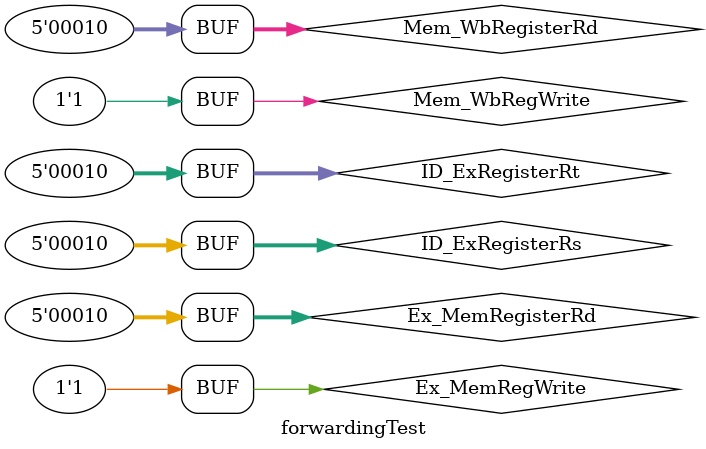
<source format=v>
module ExeForwardingUnit(input Ex_MemRegWrite,input [4:0]Ex_MemRegisterRd,input [4:0]ID_ExRegisterRs,input [4:0]ID_ExRegisterRt,input Mem_WbRegWrite,input MEM_WBMemToReg,input [4:0]Mem_WbRegisterRd,output reg [1:0]forwardA,output reg [1:0]forwardB);
	parameter fowardfromEx_Mem=2'b10,
		  fowardMemResultfromMem_Wb=2'b01,
		  fowardALUResultfromMem_Wb=2'b11;
		
initial
begin
	forwardA=0;forwardB=0;
end
always@(*)
begin
if(Ex_MemRegWrite==1 && Ex_MemRegisterRd!=0 && Ex_MemRegisterRd==ID_ExRegisterRs )
	forwardA=fowardfromEx_Mem;
else if(Mem_WbRegWrite==1 && Mem_WbRegisterRd!=0 && Mem_WbRegisterRd==ID_ExRegisterRs )
begin
	if(MEM_WBMemToReg==1)
	forwardA=fowardMemResultfromMem_Wb;
	else if(MEM_WBMemToReg==0)
	forwardA=fowardALUResultfromMem_Wb;
end
else 
	forwardA=0;
if(Ex_MemRegWrite==1 && Ex_MemRegisterRd!=0 && Ex_MemRegisterRd==ID_ExRegisterRt )
	forwardB=fowardfromEx_Mem;
else if(Mem_WbRegWrite==1 && Mem_WbRegisterRd!=0 && Mem_WbRegisterRd==ID_ExRegisterRt )
begin
	if(MEM_WBMemToReg==1)
	forwardB=fowardMemResultfromMem_Wb;
	else if(MEM_WBMemToReg==0)
	forwardB=fowardALUResultfromMem_Wb;
end
else 
	forwardB=0;

end



endmodule

module forwardingTest;
reg Ex_MemRegWrite;
reg [4:0]Ex_MemRegisterRd;
reg [4:0]ID_ExRegisterRs;
reg [4:0]ID_ExRegisterRt;
reg Mem_WbRegWrite;
reg [4:0]Mem_WbRegisterRd;
wire [1:0]forwardA;
wire [1:0]forwardB;
initial
begin
$monitor($time,"forwardA=%b forwardB=%b Ex_MemRegWrite=%b Ex_MemRegisterRd=%d Mem_WbRegWrite=%b Mem_WbRegisterRd=%d ID_ExRegisterRs=%d ID_ExRegisterRt=%d",forwardA,forwardB,Ex_MemRegWrite,Ex_MemRegisterRd,Mem_WbRegWrite,Mem_WbRegisterRd,ID_ExRegisterRs,ID_ExRegisterRt);
#10
// forward a 10 b 01
Ex_MemRegWrite=1;
Ex_MemRegisterRd=5;
ID_ExRegisterRs=5;
ID_ExRegisterRt=3;
Mem_WbRegWrite=1;
Mem_WbRegisterRd=3;
#10
// forward a 00 b 01
Ex_MemRegWrite=0;
Ex_MemRegisterRd=5;
ID_ExRegisterRs=5;
ID_ExRegisterRt=3;
Mem_WbRegWrite=1;
Mem_WbRegisterRd=3;
#10
// forward a 01 b 00
Ex_MemRegWrite=1;
Ex_MemRegisterRd=5;
ID_ExRegisterRs=2;
ID_ExRegisterRt=3;
Mem_WbRegWrite=1;
Mem_WbRegisterRd=2;
#10
// forward a 10 b 00
Ex_MemRegWrite=1;
Ex_MemRegisterRd=2;
ID_ExRegisterRs=2;
ID_ExRegisterRt=1;
Mem_WbRegWrite=1;
Mem_WbRegisterRd=2;
#10
// forward a 10 b 10
Ex_MemRegWrite=1;
Ex_MemRegisterRd=2;
ID_ExRegisterRs=2;
ID_ExRegisterRt=2;
Mem_WbRegWrite=1;
Mem_WbRegisterRd=2;
#10
// forward a 00 b 00
Ex_MemRegWrite=0;
Ex_MemRegisterRd=2;
ID_ExRegisterRs=2;
ID_ExRegisterRt=2;
Mem_WbRegWrite=0;
Mem_WbRegisterRd=2;
#10
// forward a 01 b 01
Ex_MemRegWrite=0;
Ex_MemRegisterRd=2;
ID_ExRegisterRs=2;
ID_ExRegisterRt=2;
Mem_WbRegWrite=1;
Mem_WbRegisterRd=2;
#10
// forward a 10 b 10
Ex_MemRegWrite=1;
Ex_MemRegisterRd=2;
ID_ExRegisterRs=2;
ID_ExRegisterRt=2;
Mem_WbRegWrite=0;
Mem_WbRegisterRd=2;
#10
// forward a 10 b 10
Ex_MemRegWrite=1;
Ex_MemRegisterRd=2;
ID_ExRegisterRs=2;
ID_ExRegisterRt=2;
Mem_WbRegWrite=1;
Mem_WbRegisterRd=2;
end


ExeForwardingUnit fowardunit( Ex_MemRegWrite, Ex_MemRegisterRd, ID_ExRegisterRs, ID_ExRegisterRt, Mem_WbRegWrite, Mem_WbRegisterRd, forwardA, forwardB);
endmodule

</source>
